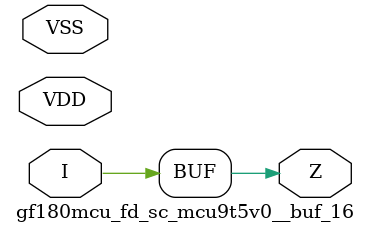
<source format=v>

module gf180mcu_fd_sc_mcu9t5v0__buf_16( I, Z, VDD, VSS );
input I;
inout VDD, VSS;
output Z;

	buf MGM_BG_0( Z, I );

endmodule

</source>
